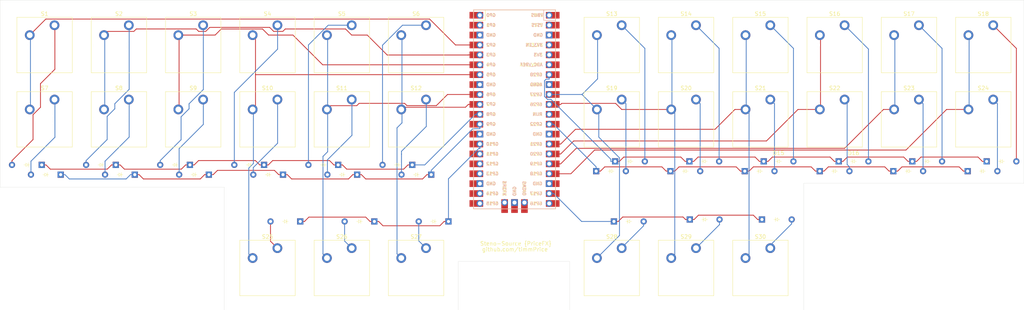
<source format=kicad_pcb>
(kicad_pcb (version 20240108) (generator "pcbnew") (generator_version "8.0")
  (layers (0 "F.Cu" signal) (31 "B.Cu" signal) (34 "B.Paste" user) (35 "F.Paste" user) (36 "B.SilkS" user "B.Silkscreen") (37 "F.SilkS" user "F.Silkscreen") (38 "B.Mask" user) (39 "F.Mask" user) (44 "Edge.Cuts" user))
  (net 0 "")
  (net 1 "Net-(D1-A)")
  (net 2 "row 0")
  (net 3 "Net-(D2-A)")
  (net 4 "Net-(D3-A)")
  (net 5 "Net-(D4-A)")
  (net 6 "Net-(D5-A)")
  (net 7 "Net-(D6-A)")
  (net 8 "Net-(D7-A)")
  (net 9 "row 1")
  (net 10 "Net-(D8-A)")
  (net 11 "Net-(D9-A)")
  (net 12 "Net-(D10-A)")
  (net 13 "Net-(D11-A)")
  (net 14 "Net-(D12-A)")
  (net 15 "Net-(D13-A)")
  (net 16 "row 3")
  (net 17 "Net-(D14-A)")
  (net 18 "Net-(D15-A)")
  (net 19 "Net-(D16-A)")
  (net 20 "Net-(D17-A)")
  (net 21 "Net-(D18-A)")
  (net 22 "row 4")
  (net 23 "Net-(D19-A)")
  (net 24 "Net-(D20-A)")
  (net 25 "Net-(D21-A)")
  (net 26 "Net-(D22-A)")
  (net 27 "Net-(D23-A)")
  (net 28 "Net-(D24-A)")
  (net 29 "row 2")
  (net 30 "Net-(D25-A)")
  (net 31 "Net-(D26-A)")
  (net 32 "Net-(D27-A)")
  (net 33 "row 5")
  (net 34 "Net-(D28-A)")
  (net 35 "Net-(D29-A)")
  (net 36 "Net-(D30-A)")
  (net 37 "col 0")
  (net 38 "col 1")
  (net 39 "col 2")
  (net 40 "col 3")
  (net 41 "col 4")
  (net 42 "col 5")
  (net 43 "col 6")
  (net 44 "col 7")
  (net 45 "col 8")
  (net 46 "col 9")
  (net 47 "col 10")
  (net 48 "col 11")
  (footprint "ScottoKeebs_Components:Diode_DO-35" (layer "F.Cu") (at 71.66 84.725 180)
    (property "Reference" "D9" (hide yes))
    (property "Value" "Diode" (hide yes))
  )
  (footprint "ScottoKeebs_Components:Diode_DO-35" (layer "F.Cu") (at 133.08 96.725 180)
    (property "Reference" "D27" (hide yes))
    (property "Value" "Diode" (hide yes))
  )
  (footprint "ScottoKeebs_MX:MX_PCB_1.00u" (layer "F.Cu") (at 174.955 108.65)
    (property "Reference" "S28")
    (property "Value" "Keyswitch")
  )
  (footprint "ScottoKeebs_MX:MX_PCB_1.00u" (layer "F.Cu") (at 48.59 51.5)
    (property "Reference" "S2")
    (property "Value" "Keyswitch")
  )
  (footprint "ScottoKeebs_Components:Diode_DO-35" (layer "F.Cu") (at 90.66 84.725 180)
    (property "Reference" "D10" (hide yes))
    (property "Value" "Diode" (hide yes))
  )
  (footprint "ScottoKeebs_MX:MX_PCB_1.00u" (layer "F.Cu") (at 174.955 70.55)
    (property "Reference" "S19")
    (property "Value" "Keyswitch")
  )
  (footprint "ScottoKeebs_Components:Diode_DO-35" (layer "F.Cu") (at 85.8 82.225 180)
    (property "Reference" "D4" (hide yes))
    (property "Value" "Diode" (hide yes))
  )
  (footprint "ScottoKeebs_Components:Diode_DO-35" (layer "F.Cu") (at 190 83.825)
    (property "Reference" "D20" (hide yes))
    (property "Value" "Diode" (hide yes))
  )
  (footprint "ScottoKeebs_Components:Diode_DO-35" (layer "F.Cu") (at 95.08 96.725 180)
    (property "Reference" "D25" (hide yes))
    (property "Value" "Diode" (hide yes))
  )
  (footprint "ScottoKeebs_MX:MX_PCB_1.00u" (layer "F.Cu") (at 232.105 51.5)
    (property "Reference" "S16")
    (property "Value" "Keyswitch")
  )
  (footprint "ScottoKeebs_Components:Diode_DO-35" (layer "F.Cu") (at 194.96 96.225)
    (property "Reference" "D29" (hide yes))
    (property "Value" "Diode" (hide yes))
  )
  (footprint "ScottoKeebs_Components:Diode_DO-35" (layer "F.Cu") (at 123.8 82.225 180)
    (property "Reference" "D6" (hide yes))
    (property "Value" "Diode" (hide yes))
  )
  (footprint "ScottoKeebs_MX:MX_PCB_1.00u" (layer "F.Cu") (at 124.79 70.55)
    (property "Reference" "S12")
    (property "Value" "Keyswitch")
  )
  (footprint "ScottoKeebs_Components:Diode_DO-35" (layer "F.Cu") (at 128.66 84.725 180)
    (property "Reference" "D12" (hide yes))
    (property "Value" "Diode" (hide yes))
  )
  (footprint "ScottoKeebs_MX:MX_PCB_1.00u" (layer "F.Cu") (at 251.155 70.55)
    (property "Reference" "S23")
    (property "Value" "Keyswitch")
  )
  (footprint "ScottoKeebs_Components:Diode_DO-35" (layer "F.Cu") (at 228.27 83.825)
    (property "Reference" "D22" (hide yes))
    (property "Value" "Diode" (hide yes))
  )
  (footprint "ScottoKeebs_Components:Diode_DO-35" (layer "F.Cu") (at 247.15 83.825)
    (property "Reference" "D23" (hide yes))
    (property "Value" "Diode" (hide yes))
  )
  (footprint "ScottoKeebs_Components:Diode_DO-35" (layer "F.Cu") (at 271.06 81.325)
    (property "Reference" "D18" (hide yes))
    (property "Value" "Diode" (hide yes))
  )
  (footprint "ScottoKeebs_Components:Diode_DO-35" (layer "F.Cu") (at 209.05 83.825)
    (property "Reference" "D21" (hide yes))
    (property "Value" "Diode" (hide yes))
  )
  (footprint "ScottoKeebs_MX:MX_PCB_1.00u" (layer "F.Cu") (at 213.055 51.5)
    (property "Reference" "S15")
    (property "Value" "Keyswitch")
  )
  (footprint "ScottoKeebs_MX:MX_PCB_1.00u" (layer "F.Cu") (at 105.74 70.55)
    (property "Reference" "S11")
    (property "Value" "Keyswitch")
  )
  (footprint "ScottoKeebs_Components:Diode_DO-35" (layer "F.Cu") (at 170.95 83.825)
    (property "Reference" "D19" (hide yes))
    (property "Value" "Diode" (hide yes))
  )
  (footprint "ScottoKeebs_MX:MX_PCB_1.00u" (layer "F.Cu") (at 86.69 51.5)
    (property "Reference" "S4")
    (property "Value" "Keyswitch")
  )
  (footprint "ScottoKeebs_Components:Diode_DO-35" (layer "F.Cu") (at 175.51 96.725)
    (property "Reference" "D28" (hide yes))
    (property "Value" "Diode" (hide yes))
  )
  (footprint "ScottoKeebs_MX:MX_PCB_1.00u" (layer "F.Cu") (at 29.54 51.5)
    (property "Reference" "S1")
    (property "Value" "Keyswitch")
  )
  (footprint "ScottoKeebs_Components:Diode_DO-35" (layer "F.Cu") (at 28.8 82.225 180)
    (property "Reference" "D1" (hide yes))
    (property "Value" "Diode" (hide yes))
  )
  (footprint "ScottoKeebs_MX:MX_PCB_1.00u" (layer "F.Cu") (at 194.005 51.5)
    (property "Reference" "S14")
    (property "Value" "Keyswitch")
  )
  (footprint "ScottoKeebs_Components:Diode_DO-35" (layer "F.Cu") (at 252.01 81.325)
    (property "Reference" "D17" (hide yes))
    (property "Value" "Diode" (hide yes))
  )
  (footprint "ScottoKeebs_Components:Diode_DO-35" (layer "F.Cu") (at 104.8 82.225 180)
    (property "Reference" "D5" (hide yes))
    (property "Value" "Diode" (hide yes))
  )
  (footprint "ScottoKeebs_MX:MX_PCB_1.00u" (layer "F.Cu") (at 270.205 51.5)
    (property "Reference" "S18")
    (property "Value" "Keyswitch")
  )
  (footprint "ScottoKeebs_MX:MX_PCB_1.00u" (layer "F.Cu") (at 67.64 51.5)
    (property "Reference" "S3")
    (property "Value" "Keyswitch")
  )
  (footprint "ScottoKeebs_MX:MX_PCB_1.00u" (layer "F.Cu") (at 29.54 70.55)
    (property "Reference" "S7")
    (property "Value" "Keyswitch")
  )
  (footprint "ScottoKeebs_MX:MX_PCB_1.00u" (layer "F.Cu") (at 86.69 70.55)
    (property "Reference" "S10")
    (property "Value" "Keyswitch")
  )
  (footprint "ScottoKeebs_MX:MX_PCB_1.00u" (layer "F.Cu") (at 67.64 70.55)
    (property "Reference" "S9")
    (property "Value" "Keyswitch")
  )
  (footprint "ScottoKeebs_Components:Diode_DO-35" (layer "F.Cu") (at 66.8 82.225 180)
    (property "Reference" "D3" (hide yes))
    (property "Value" "Diode" (hide yes))
  )
  (footprint "ScottoKeebs_MX:MX_PCB_1.00u" (layer "F.Cu") (at 105.74 51.5)
    (property "Reference" "S5")
    (property "Value" "Keyswitch")
  )
  (footprint "ScottoKeebs_MX:MX_PCB_1.00u" (layer "F.Cu") (at 124.79 51.5)
    (property "Reference" "S6")
    (property "Value" "Keyswitch")
  )
  (footprint "ScottoKeebs_MX:MX_PCB_1.00u" (layer "F.Cu") (at 124.79 108.65)
    (property "Reference" "S27")
    (property "Value" "Keyswitch")
  )
  (footprint "ScottoKeebs_Components:Diode_DO-35" (layer "F.Cu") (at 114.08 96.725 180)
    (property "Reference" "D26" (hide yes))
    (property "Value" "Diode" (hide yes))
  )
  (footprint "ScottoKeebs_MCU:Raspberry_Pi_Pico" (layer "F.Cu") (at 150.02 67.985)
    (property "Reference" "U1" (hide yes))
    (property "Value" "Raspberry_Pi_Pico" (hide yes))
  )
  (footprint "ScottoKeebs_MX:MX_PCB_1.00u" (layer "F.Cu") (at 251.155 51.5)
    (property "Reference" "S17")
    (property "Value" "Keyswitch")
  )
  (footprint "ScottoKeebs_MX:MX_PCB_1.00u" (layer "F.Cu") (at 232.105 70.55)
    (property "Reference" "S22")
    (property "Value" "Keyswitch")
  )
  (footprint "ScottoKeebs_MX:MX_PCB_1.00u" (layer "F.Cu") (at 270.205 70.55)
    (property "Reference" "S24")
    (property "Value" "Keyswitch")
  )
  (footprint "ScottoKeebs_Components:Diode_DO-35" (layer "F.Cu") (at 47.8 82.225 180)
    (property "Reference" "D2" (hide yes))
    (property "Value" "Diode" (hide yes))
  )
  (footprint "ScottoKeebs_MX:MX_PCB_1.00u" (layer "F.Cu") (at 213.055 70.55)
    (property "Reference" "S21")
    (property "Value" "Keyswitch")
  )
  (footprint "ScottoKeebs_MX:MX_PCB_1.00u" (layer "F.Cu") (at 174.955 51.5)
    (property "Reference" "S13")
    (property "Value" "Keyswitch")
  )
  (footprint "ScottoKeebs_Components:Diode_DO-35" (layer "F.Cu") (at 213.46 96.225)
    (property "Reference" "D30" (hide yes))
    (property "Value" "Diode" (hide yes))
  )
  (footprint "ScottoKeebs_MX:MX_PCB_1.00u" (layer "F.Cu") (at 86.69 108.65)
    (property "Reference" "S25")
    (property "Value" "Keyswitch")
  )
  (footprint "ScottoKeebs_Components:Diode_DO-35" (layer "F.Cu") (at 194.86 81.325)
    (property "Reference" "D14" (hide yes))
    (property "Value" "Diode" (hide yes))
  )
  (footprint "ScottoKeebs_Components:Diode_DO-35" (layer "F.Cu") (at 175.81 81.325)
    (property "Reference" "D13" (hide yes))
    (property "Value" "Diode" (hide yes))
  )
  (footprint "ScottoKeebs_MX:MX_PCB_1.00u" (layer "F.Cu") (at 213.055 108.65)
    (property "Reference" "S30")
    (property "Value" "Keyswitch")
  )
  (footprint "ScottoKeebs_Components:Diode_DO-35" (layer "F.Cu") (at 109.66 84.725 180)
    (property "Reference" "D11" (hide yes))
    (property "Value" "Diode" (hide yes))
  )
  (footprint "ScottoKeebs_Components:Diode_DO-35" (layer "F.Cu") (at 52.66 84.725 180)
    (property "Reference" "D8" (hide yes))
    (property "Value" "Diode" (hide yes))
  )
  (footprint "ScottoKeebs_MX:MX_PCB_1.00u" (layer "F.Cu") (at 48.59 70.55)
    (property "Reference" "S8")
    (property "Value" "Keyswitch")
  )
  (footprint "ScottoKeebs_MX:MX_PCB_1.00u" (layer "F.Cu") (at 194.005 108.65)
    (property "Reference" "S29")
    (property "Value" "Keyswitch")
  )
  (footprint "ScottoKeebs_Components:Diode_DO-35" (layer "F.Cu") (at 233.13 81.325)
    (property "Reference" "D16")
    (property "Value" "Diode" (hide yes))
  )
  (footprint "ScottoKeebs_MX:MX_PCB_1.00u" (layer "F.Cu") (at 194.005 70.55)
    (property "Reference" "S20")
    (property "Value" "Keyswitch")
  )
  (footprint "ScottoKeebs_Components:Diode_DO-35" (layer "F.Cu") (at 266.2 83.825)
    (property "Reference" "D24" (hide yes))
    (property "Value" "Diode" (hide yes))
  )
  (footprint "ScottoKeebs_MX:MX_PCB_1.00u" (layer "F.Cu") (at 105.74 108.65)
    (property "Reference" "S26")
    (property "Value" "Keyswitch")
  )
  (footprint "ScottoKeebs_Components:Diode_DO-35" (layer "F.Cu") (at 213.91 81.325)
    (property "Reference" "D15")
    (property "Value" "Diode" (hide yes))
  )
  (footprint "ScottoKeebs_Components:Diode_DO-35" (layer "F.Cu") (at 33.66 84.725 180)
    (property "Reference" "D7" (hide yes))
    (property "Value" "Diode" (hide yes))
  )
  (gr_line (start 224.13 86.975) (end 280.63 86.975) (stroke (width 0.05)) (layer "Edge.Cuts"))
  (gr_line (start 18.13 39.975) (end 279.63 39.975) (stroke (width 0.05)) (layer "Edge.Cuts"))
  (gr_line (start 135.63 119.475) (end 135.63 106.975) (stroke (width 0.05)) (layer "Edge.Cuts"))
  (gr_line (start 135.63 106.975) (end 164.13 106.975) (stroke (width 0.05)) (layer "Edge.Cuts"))
  (gr_line (start 18.13 87.975) (end 75.63 87.975) (stroke (width 0.05)) (layer "Edge.Cuts"))
  (gr_line (start 18.13 87.975) (end 18.13 39.975) (stroke (width 0.05)) (layer "Edge.Cuts"))
  (gr_line (start 75.63 87.975) (end 75.63 119.475) (stroke (width 0.05)) (layer "Edge.Cuts"))
  (gr_line (start 224.13 86.975) (end 224.13 119.475) (stroke (width 0.05)) (layer "Edge.Cuts"))
  (gr_line (start 75.63 119.475) (end 135.63 119.475) (stroke (width 0.05)) (layer "Edge.Cuts"))
  (gr_line (start 164.13 119.475) (end 224.13 119.475) (stroke (width 0.05)) (layer "Edge.Cuts"))
  (gr_line (start 164.13 106.975) (end 164.13 119.475) (stroke (width 0.05)) (layer "Edge.Cuts"))
  (gr_line (start 280.63 39.975) (end 280.63 86.975) (stroke (width 0.05)) (layer "Edge.Cuts"))
  (gr_line (start 279.63 39.975) (end 280.63 39.975) (stroke (width 0.05)) (layer "Edge.Cuts"))
  (gr_text "Steno-Source {PriceFX}" (at 141.13 102.975 0) (layer "F.SilkS") (effects (font (size 1 1)) (justify left bottom)))
  (gr_text "github.com/timmPrice\n" (at 141.63 104.475 0) (layer "F.SilkS") (effects (font (size 1 1)) (justify left bottom)))
  (segment (start 26.5791 69.3554) (end 26.5791 75.7242) (width 0.2) (layer "F.Cu") (net 1))
  (segment (start 28.4855 61.3976) (end 28.4855 67.449) (width 0.2) (layer "F.Cu") (net 1))
  (segment (start 32.168 46.508) (end 32.168 57.7151) (width 0.2) (layer "F.Cu") (net 1))
  (segment (start 21.18 82.225) (end 21.18 81.1233) (width 0.2) (layer "F.Cu") (net 1))
  (segment (start 32.08 46.42) (end 32.168 46.508) (width 0.2) (layer "F.Cu") (net 1))
  (segment (start 28.4855 67.449) (end 26.5791 69.3554) (width 0.2) (layer "F.Cu") (net 1))
  (segment (start 26.5791 75.7242) (end 21.18 81.1233) (width 0.2) (layer "F.Cu") (net 1))
  (segment (start 32.168 57.7151) (end 28.4855 61.3976) (width 0.2) (layer "F.Cu") (net 1))
  (segment (start 122.6983 82.225) (end 121.5966 83.3267) (width 0.2) (layer "F.Cu") (net 2))
  (segment (start 121.5966 83.3267) (end 107.0034 83.3267) (width 0.2) (layer "F.Cu") (net 2))
  (segment (start 123.8 82.225) (end 122.6983 82.225) (width 0.2) (layer "F.Cu") (net 2))
  (segment (start 48.9017 82.225) (end 50.0034 83.3267) (width 0.2) (layer "F.Cu") (net 2))
  (segment (start 69.0034 81.1233) (end 83.5966 81.1233) (width 0.2) (layer "F.Cu") (net 2))
  (segment (start 102.5966 81.1233) (end 88.0034 81.1233) (width 0.2) (layer "F.Cu") (net 2))
  (segment (start 45.5966 83.3267) (end 46.6983 82.225) (width 0.2) (layer "F.Cu") (net 2))
  (segment (start 104.8 82.225) (end 105.9017 82.225) (width 0.2) (layer "F.Cu") (net 2))
  (segment (start 83.5966 81.1233) (end 84.6983 82.225) (width 0.2) (layer "F.Cu") (net 2))
  (segment (start 28.8 82.225) (end 29.9017 82.225) (width 0.2) (layer "F.Cu") (net 2))
  (segment (start 31.0034 83.3267) (end 45.5966 83.3267) (width 0.2) (layer "F.Cu") (net 2))
  (segment (start 66.2492 82.225) (end 65.6983 82.225) (width 0.2) (layer "F.Cu") (net 2))
  (segment (start 47.8 82.225) (end 46.6983 82.225) (width 0.2) (layer "F.Cu") (net 2))
  (segment (start 64.5966 83.3267) (end 65.6983 82.225) (width 0.2) (layer "F.Cu") (net 2))
  (segment (start 50.0034 83.3267) (end 64.5966 83.3267) (width 0.2) (layer "F.Cu") (net 2))
  (segment (start 104.8 82.225) (end 103.6983 82.225) (width 0.2) (layer "F.Cu") (net 2))
  (segment (start 66.8 82.225) (end 67.9017 82.225) (width 0.2) (layer "F.Cu") (net 2))
  (segment (start 85.8 82.225) (end 86.9017 82.225) (width 0.2) (layer "F.Cu") (net 2))
  (segment (start 47.8 82.225) (end 48.9017 82.225) (width 0.2) (layer "F.Cu") (net 2))
  (segment (start 67.9017 82.225) (end 69.0034 81.1233) (width 0.2) (layer "F.Cu") (net 2))
  (segment (start 85.8 82.225) (end 84.6983 82.225) (width 0.2) (layer "F.Cu") (net 2))
  (segment (start 103.6983 82.225) (end 102.5966 81.1233) (width 0.2) (layer "F.Cu") (net 2))
  (segment (start 88.0034 81.1233) (end 86.9017 82.225) (width 0.2) (layer "F.Cu") (net 2))
  (segment (start 29.9017 82.225) (end 31.0034 83.3267) (width 0.2) (layer "F.Cu") (net 2))
  (segment (start 66.2492 82.225) (end 66.8 82.225) (width 0.2) (layer "F.Cu") (net 2))
  (segment (start 107.0034 83.3267) (end 105.9017 82.225) (width 0.2) (layer "F.Cu") (net 2))
  (segment (start 127.0083 82.225) (end 123.8 82.225) (width 0.2) (layer "B.Cu") (net 2))
  (segment (start 141.13 69.255) (end 139.9783 69.255) (width 0.2) (layer "B.Cu") (net 2))
  (segment (start 139.9783 69.255) (end 127.0083 82.225) (width 0.2) (layer "B.Cu") (net 2))
  (segment (start 45.5848 69.7921) (end 45.5848 75.7185) (width 0.2) (layer "B.Cu") (net 3))
  (segment (start 51.2294 46.5194) (end 51.2294 62.8545) (width 0.2) (layer "B.Cu") (net 3))
  (segment (start 47.5355 67.8414) (end 45.5848 69.7921) (width 0.2) (layer "B.Cu") (net 3))
  (segment (start 47.5355 66.5484) (end 47.5355 67.8414) (width 0.2) (layer "B.Cu") (net 3))
  (segment (start 45.5848 75.7185) (end 40.18 81.1233) (width 0.2) (layer "B.Cu") (net 3))
  (segment (start 40.18 82.225) (end 40.18 81.1233) (width 0.2) (layer "B.Cu") (net 3))
  (segment (start 51.2294 62.8545) (end 47.5355 66.5484) (width 0.2) (layer "B.Cu") (net 3))
  (segment (start 51.13 46.42) (end 51.2294 46.5194) (width 0.2) (layer "B.Cu") (net 3))
  (segment (start 66.5855 66.5484) (end 66.5855 67.8414) (width 0.2) (layer "B.Cu") (net 4))
  (segment (start 66.5855 67.8414) (end 64.5395 69.8874) (width 0.2) (layer "B.Cu") (net 4))
  (segment (start 70.18 46.42) (end 70.2333 46.4733) (width 0.2) (layer "B.Cu") (net 4))
  (segment (start 70.2333 62.9006) (end 66.5855 66.5484) (width 0.2) (layer "B.Cu") (net 4))
  (segment (start 59.18 82.225) (end 59.18 81.1233) (width 0.2) (layer "B.Cu") (net 4))
  (segment (start 70.2333 46.4733) (end 70.2333 62.9006) (width 0.2) (layer "B.Cu") (net 4))
  (segment (start 64.5395 69.8874) (end 64.5395 75.7638) (width 0.2) (layer "B.Cu") (net 4))
  (segment (start 64.5395 75.7638) (end 59.18 81.1233) (width 0.2) (layer "B.Cu") (net 4))
  (segment (start 89.23 46.42) (end 89.2821 46.4721) (width 0.2) (layer "B.Cu") (net 5))
  (segment (start 89.2821 46.4721) (end 89.2821 52.5415) (width 0.2) (layer "B.Cu") (net 5))
  (segment (start 78.18 63.6436) (end 78.18 82.225) (width 0.2) (layer "B.Cu") (net 5))
  (segment (start 89.2821 52.5415) (end 78.18 63.6436) (width 0.2) (layer "B.Cu") (net 5))
  (segment (start 108.28 46.42) (end 102.2419 46.42) (width 0.2) (layer "B.Cu") (net 6))
  (segment (start 102.2419 46.42) (end 97.18 51.4819) (width 0.2) (layer "B.Cu") (net 6))
  (segment (start 97.18 51.4819) (end 97.18 82.225) (width 0.2) (layer "B.Cu") (net 6))
  (segment (start 127.33 46.42) (end 121.2919 46.42) (width 0.2) (layer "B.Cu") (net 7))
  (segment (start 121.2919 46.42) (end 116.18 51.5319) (width 0.2) (layer "B.Cu") (net 7))
  (segment (start 116.18 51.5319) (end 116.18 82.225) (width 0.2) (layer "B.Cu") (net 7))
  (segment (start 32.1794 65.5694) (end 32.08 65.47) (width 0.2) (layer "B.Cu") (net 8))
  (segment (start 32.1794 75.1421) (end 32.1794 65.5694) (width 0.2) (layer "B.Cu") (net 8))
  (segment (start 26.04 81.2815) (end 32.1794 75.1421) (width 0.2) (layer "B.Cu") (net 8))
  (segment (start 26.04 84.725) (end 26.04 81.2815) (width 0.2) (layer "B.Cu") (net 8))
  (segment (start 111.8634 85.8267) (end 110.7617 84.725) (width 0.2) (layer "F.Cu") (net 9))
  (segment (start 53.7617 84.725) (end 54.8634 85.8267) (width 0.2) (layer "F.Cu") (net 9))
  (segment (start 109.66 84.725) (end 110.7617 84.725) (width 0.2) (layer "F.Cu") (net 9))
  (segment (start 54.8634 85.8267) (end 69.4566 85.8267) (width 0.2) (layer "F.Cu") (net 9))
  (segment (start 71.66 84.725) (end 72.7617 84.725) (width 0.2) (layer "F.Cu") (net 9))
  (segment (start 127.5583 84.725) (end 126.4566 85.8267) (width 0.2) (layer "F.Cu") (net 9))
  (segment (start 108.5583 84.725) (end 107.4566 85.8267) (width 0.2) (layer "F.Cu") (net 9))
  (segment (start 126.4566 85.8267) (end 111.8634 85.8267) (width 0.2) (layer "F.Cu") (net 9))
  (segment (start 73.8634 83.6233) (end 72.7617 84.725) (width 0.2) (layer "F.Cu") (net 9))
  (segment (start 128.66 84.725) (end 127.5583 84.725) (width 0.2) (layer "F.Cu") (net 9))
  (segment (start 90.66 84.725) (end 91.7617 84.725) (width 0.2) (layer "F.Cu") (net 9))
  (segment (start 69.4566 85.8267) (end 70.5583 84.725) (width 0.2) (layer "F.Cu") (net 9))
  (segment (start 107.4566 85.8267) (end 92.8634 85.8267) (width 0.2) (layer "F.Cu") (net 9))
  (segment (start 52.66 84.725) (end 53.7617 84.725) (width 0.2) (layer "F.Cu") (net 9))
  (segment (start 92.8634 85.8267) (end 91.7617 84.725) (width 0.2) (layer "F.Cu") (net 9))
  (segment (start 90.66 84.725) (end 89.5583 84.725) (width 0.2) (layer "F.Cu") (net 9))
  (segment (start 71.66 84.725) (end 70.5583 84.725) (width 0.2) (layer "F.Cu") (net 9))
  (segment (start 88.4566 83.6233) (end 73.8634 83.6233) (width 0.2) (layer "F.Cu") (net 9))
  (segment (start 89.5583 84.725) (end 88.4566 83.6233) (width 0.2) (layer "F.Cu") (net 9))
  (segment (start 109.66 84.725) (end 108.5583 84.725) (width 0.2) (layer "F.Cu") (net 9))
  (segment (start 35.8634 85.8267) (end 34.7617 84.725) (width 0.2) (layer "B.Cu") (net 9))
  (segment (start 139.3366 72.9467) (end 128.66 83.6233) (width 0.2) (layer "B.Cu") (net 9))
  (segment (start 52.66 84.725) (end 51.5583 84.725) (width 0.2) (layer "B.Cu") (net 9))
  (segment (start 50.4566 85.8267) (end 35.8634 85.8267) (width 0.2) (layer "B.Cu") (net 9))
  (segment (start 141.13 72.9467) (end 139.3366 72.9467) (width 0.2) (layer "B.Cu") (net 9))
  (segment (start 141.13 71.795) (end 141.13 72.9467) (width 0.2) (layer "B.Cu") (net 9))
  (segment (start 51.5583 84.725) (end 50.4566 85.8267) (width 0.2) (layer "B.Cu") (net 9))
  (segment (start 33.66 84.725) (end 34.7617 84.725) (width 0.2) (layer "B.Cu") (net 9))
  (segment (start 128.66 84.725) (end 128.66 83.6233) (width 0.2) (layer "B.Cu") (net 9))
  (segment (start 45.04 84.725) (end 45.04 81.2715) (width 0.2) (layer "B.Cu") (net 10))
  (segment (start 45.04 81.2715) (end 51.2294 75.0821) (width 0.2) (layer "B.Cu") (net 10))
  (segment (start 51.2294 65.5694) (end 51.13 65.47) (width 0.2) (layer "B.Cu") (net 10))
  (segment (start 51.2294 75.0821) (end 51.2294 65.5694) (width 0.2) (layer "B.Cu") (net 10))
  (segment (start 64.04 84.725) (end 64.04 78.0399) (width 0.2) (layer "B.Cu") (net 11))
  (segment (start 64.04 78.0399) (end 70.2333 71.8466) (width 0.2) (layer "B.Cu") (net 11))
  (segment (start 70.2333 71.8466) (end 70.2333 65.5233) (width 0.2) (layer "B.Cu") (net 11))
  (segment (start 70.2333 65.5233) (end 70.18 65.47) (width 0.2) (layer "B.Cu") (net 11))
  (segment (start 83.04 82.9066) (end 89.2821 76.6645) (width 0.2) (layer "B.Cu") (net 12))
  (segment (start 89.2821 65.5221) (end 89.23 65.47) (width 0.2) (layer "B.Cu") (net 12))
  (segment (start 83.04 84.725) (end 83.04 82.9066) (width 0.2) (layer "B.Cu") (net 12))
  (segment (start 89.2821 76.6645) (end 89.2821 65.5221) (width 0.2) (layer "B.Cu") (net 12))
  (segment (start 108.3308 74.6446) (end 102.04 80.9354) (width 0.2) (layer "B.Cu") (net 13))
  (segment (start 108.3308 65.5208) (end 108.3308 74.6446) (width 0.2) (layer "B.Cu") (net 13))
  (segment (start 102.04 80.9354) (end 102.04 84.725) (width 0.2) (layer "B.Cu") (net 13))
  (segment (start 108.28 65.47) (end 108.3308 65.5208) (width 0.2) (layer "B.Cu") (net 13))
  (segment (start 127.4003 65.5403) (end 127.33 65.47) (width 0.2) (layer "B.Cu") (net 14))
  (segment (start 121.04 79.4889) (end 121.0415 79.4874) (width 0.2) (layer "B.Cu") (net 14))
  (segment (start 121.0415 79.4874) (end 121.0415 78.7311) (width 0.2) (layer "B.Cu") (net 14))
  (segment (start 127.4003 72.3723) (end 127.4003 65.5403) (width 0.2) (layer "B.Cu") (net 14))
  (segment (start 121.0415 78.7311) (end 127.4003 72.3723) (width 0.2) (layer "B.Cu") (net 14))
  (segment (start 121.04 84.725) (end 121.04 79.4889) (width 0.2) (layer "B.Cu") (net 14))
  (segment (start 183.43 52.355) (end 177.495 46.42) (width 0.2) (layer "B.Cu") (net 15))
  (segment (start 183.43 81.325) (end 183.43 52.355) (width 0.2) (layer "B.Cu") (net 15))
  (segment (start 213.91 81.325) (end 215.0117 81.325) (width 0.2) (layer "F.Cu") (net 16))
  (segment (start 252.01 81.325) (end 250.9083 81.325) (width 0.2) (layer "F.Cu") (net 16))
  (segment (start 271.06 81.325) (end 269.9583 81.325) (width 0.2) (layer "F.Cu") (net 16))
  (segment (start 213.3592 81.325) (end 213.91 81.325) (width 0.2) (layer "F.Cu") (net 16))
  (segment (start 194.86 81.325) (end 195.9617 81.325) (width 0.2) (layer "F.Cu") (net 16))
  (segment (start 234.2317 81.325) (end 235.3334 80.2233) (width 0.2) (layer "F.Cu") (net 16))
  (segment (start 230.9266 80.2233) (end 232.0283 81.325) (width 0.2) (layer "F.Cu") (net 16))
  (segment (start 192.6566 80.2233) (end 193.7583 81.325) (width 0.2) (layer "F.Cu") (net 16))
  (segment (start 233.13 81.325) (end 234.2317 81.325) (width 0.2) (layer "F.Cu") (net 16))
  (segment (start 254.2134 80.2233) (end 268.8566 80.2233) (width 0.2) (layer "F.Cu") (net 16))
  (segment (start 194.86 81.325) (end 193.7583 81.325) (width 0.2) (layer "F.Cu") (net 16))
  (segment (start 197.0634 80.2233) (end 195.9617 81.325) (width 0.2) (layer "F.Cu") (net 16))
  (segment (start 215.0117 81.325) (end 216.1134 80.2233) (width 0.2) (layer "F.Cu") (net 16))
  (segment (start 252.01 81.325) (end 253.1117 81.325) (width 0.2) (layer "F.Cu") (net 16))
  (segment (start 175.81 81.325) (end 176.9117 81.325) (width 0.2) (layer "F.Cu") (net 16))
  (segment (start 216.1134 80.2233) (end 230.9266 80.2233) (width 0.2) (layer "F.Cu") (net 16))
  (segment (start 212.8083 81.325) (end 211.7066 80.2233) (width 0.2) (layer "F.Cu") (net 16))
  (segment (start 232.5792 81.325) (end 232.0283 81.325) (width 0.2) (layer "F.Cu") (net 16))
  (segment (start 235.3334 80.2233) (end 249.8066 80.2233) (width 0.2) (layer "F.Cu") (net 16))
  (segment (start 178.0134 80.2233) (end 192.6566 80.2233) (width 0.2) (layer "F.Cu") (net 16))
  (segment (start 211.7066 80.2233) (end 197.0634 80.2233) (width 0.2) (layer "F.Cu") (net 16))
  (segment (start 176.9117 81.325) (end 178.0134 80.2233) (width 0.2) (layer "F.Cu") (net 16))
  (segment (start 268.8566 80.2233) (end 269.9583 81.325) (width 0.2) (layer "F.Cu") (net 16))
  (segment (start 249.8066 80.2233) (end 250.9083 81.325) (width 0.2) (layer "F.Cu") (net 16))
  (segment (start 213.3592 81.325) (end 212.8083 81.325) (width 0.2) (layer "F.Cu") (net 16))
  (segment (start 253.1117 81.325) (end 254.2134 80.2233) (width 0.2) (layer "F.Cu") (net 16))
  (segment (start 232.5792 81.325) (end 233.13 81.325) (width 0.2) (layer "F.Cu") (net 16))
  (segment (start 174.7083 80.7742) (end 174.7083 81.325) (width 0.2) (layer "B.Cu") (net 16))
  (segment (start 158.4834 65.445) (end 159.3791 65.445) (width 0.2) (layer "B.Cu") (net 16))
  (segment (start 175.81 81.325) (end 174.7083 81.325) (width 0.2) (layer "B.Cu") (net 16))
  (segment (start 157.7152 64.6768) (end 158.4834 65.445) (width 0.2) (layer "B.Cu") (net 16))
  (segment (start 158.91 60.2467) (end 158.1182 60.2467) (width 0.2) (layer "B.Cu") (net 16))
  (segment (start 158.91 59.095) (end 158.91 60.2467) (width 0.2) (layer "B.Cu") (net 16))
  (segment (start 158.1182 60.2467) (end 157.7152 60.6497) (width 0.2) (layer "B.Cu") (net 16))
  (segment (start 159.3791 65.445) (end 174.7083 80.7742) (width 0.2) (layer "B.Cu") (net 16))
  (segment (start 157.7152 60.6497) (end 157.7152 64.6768) (width 0.2) (layer "B.Cu") (net 16))
  (segment (start 202.48 81.325) (end 202.48 52.355) (width 0.2) (layer "B.Cu") (net 17))
  (segment (start 202.48 52.355) (end 196.545 46.42) (width 0.2) (layer "B.Cu") (net 17))
  (segment (start 221.53 81.325) (end 221.53 52.355) (width 0.2) (layer "B.Cu") (net 18))
  (segment (start 221.53 52.355) (end 215.595 46.42) (width 0.2) (layer "B.Cu") (net 18))
  (segment (start 240.75 52.525) (end 234.645 46.42) (width 0.2) (layer "B.Cu") (net 19))
  (segment (start 240.75 81.325) (end 240.75 52.525) (width 0.2) (layer "B.Cu") (net 19))
  (segment (start 259.63 52.355) (end 253.695 46.42) (width 0.2) (layer "B.Cu") (net 20))
  (segment (start 259.63 81.325) (end 259.63 52.355) (width 0.2) (layer "B.Cu") (net 20))
  (segment (start 278.68 81.325) (end 278.68 52.355) (width 0.2) (layer "F.Cu") (net 21))
  (segment (start 278.68 52.355) (end 272.745 46.42) (width 0.2) (layer "F.Cu") (net 21))
  (segment (start 192.2034 82.7233) (end 191.1017 83.825) (width 0.2) (layer "F.Cu") (net 22))
  (segment (start 209.05 83.825) (end 210.1517 83.825) (width 0.2) (layer "F.Cu") (net 22))
  (segment (start 190 83.825) (end 188.8983 83.825) (width 0.2) (layer "F.Cu") (net 22))
  (segment (start 248.2517 83.825) (end 249.3534 82.7233) (width 0.2) (layer "F.Cu") (net 22))
  (segment (start 208.4992 83.825) (end 207.9483 83.825) (width 0.2) (layer "F.Cu") (net 22))
  (segment (start 229.3717 83.825) (end 230.4734 82.7233) (width 0.2) (layer "F.Cu") (net 22))
  (segment (start 206.8466 82.7233) (end 192.2034 82.7233) (width 0.2) (layer "F.Cu") (net 22))
  (segment (start 230.4734 82.7233) (end 244.9466 82.7233) (width 0.2) (layer "F.Cu") (net 22))
  (segment (start 244.9466 82.7233) (end 246.0483 83.825) (width 0.2) (layer "F.Cu") (net 22))
  (segment (start 173.1534 82.7233) (end 187.7966 82.7233) (width 0.2) (layer "F.Cu") (net 22))
  (segment (start 210.1517 83.825) (end 211.2534 82.7233) (width 0.2) (layer "F.Cu") (net 22))
  (segment (start 227.7192 83.825) (end 228.27 83.825) (width 0.2) (layer "F.Cu") (net 22))
  (segment (start 211.2534 82.7233) (end 226.0666 82.7233) (width 0.2) (layer "F.Cu") (net 22))
  (segment (start 247.15 83.825) (end 246.0483 83.825) (width 0.2) (layer "F.Cu") (net 22))
  (segment (start 263.9966 82.7233) (end 265.0983 83.825) (width 0.2) (layer "F.Cu") (net 22))
  (segment (start 227.7192 83.825) (end 227.1683 83.825) (width 0.2) (layer "F.Cu") (net 22))
  (segment (start 226.0666 82.7233) (end 227.1683 83.825) (width 0.2) (layer "F.Cu") (net 22))
  (segment (start 208.4992 83.825) (end 209.05 83.825) (width 0.2) (layer "F.Cu") (net 22))
  (segment (start 170.95 83.825) (end 172.0517 83.825) (width 0.2) (layer "F.Cu") (net 22))
  (segment (start 187.7966 82.7233) (end 188.8983 83.825) (width 0.2) (layer "F.Cu") (net 22))
  (segment (start 207.9483 83.825) (end 206.8466 82.7233) (width 0.2) (layer "F.Cu") (net 22))
  (segment (start 228.27 83.825) (end 229.3717 83.825) (width 0.2) (layer "F.Cu") (net 22))
  (segment (start 249.3534 82.7233) (end 263.9966 82.7233) (width 0.2) (layer "F.Cu") (net 22))
  (segment (start 266.2 83.825) (end 265.0983 83.825) (width 0.2) (layer "F.Cu") (net 22))
  (segment (start 190 83.825) (end 191.1017 83.825) (width 0.2) (layer "F.Cu") (net 22))
  (segment (start 247.15 83.825) (end 248.2517 83.825) (width 0.2) (layer "F.Cu") (net 22))
  (segment (start 172.0517 83.825) (end 173.1534 82.7233) (width 0.2) (layer "F.Cu") (net 22))
  (segment (start 160.0617 71.795) (end 160.0617 71.835) (width 0.2) (layer "B.Cu") (net 22))
  (segment (start 160.0617 71.835) (end 170.95 82.7233) (width 0.2) (layer "B.Cu") (net 22))
  (segment (start 158.91 71.795) (end 160.0617 71.795) (width 0.2) (layer "B.Cu") (net 22))
  (segment (start 170.95 83.825) (end 170.95 82.7233) (width 0.2) (layer "B.Cu") (net 22))
  (segment (start 178.57 66.545) (end 177.495 65.47) (width 0.2) (layer "B.Cu") (net 23))
  (segment (start 178.57 83.825) (end 178.57 66.545) (width 0.2) (layer "B.Cu") (net 23))
  (segment (start 197.62 66.545) (end 196.545 65.47) (width 0.2) (layer "B.Cu") (net 24))
  (segment (start 197.62 83.825) (end 197.62 66.545) (width 0.2) (layer "B.Cu") (net 24))
  (segment (start 216.67 66.545) (end 215.595 65.47) (width 0.2) (layer "B.Cu") (net 25))
  (segment (start 216.67 83.825) (end 216.67 66.545) (width 0.2) (layer "B.Cu") (net 25))
  (segment (start 235.89 82.7233) (end 235.3042 82.1375) (width 0.2) (layer "B.Cu") (net 26))
  (segment (start 235.3042 66.1292) (end 234.645 65.47) (width 0.2) (layer "B.Cu") (net 26))
  (segment (start 235.3042 82.1375) (end 235.3042 66.1292) (width 0.2) (layer "B.Cu") (net 26))
  (segment (start 235.89 83.825) (end 235.89 82.7233) (width 0.2) (layer "B.Cu") (net 26))
  (segment (start 254.77 83.825) (end 254.77 66.545) (width 0.2) (layer "B.Cu") (net 27))
  (segment (start 254.77 66.545) (end 253.695 65.47) (width 0.2) (layer "B.Cu") (net 27))
  (segment (start 273.82 66.545) (end 272.745 65.47) (width 0.2) (layer "B.Cu") (net 28))
  (segment (start 273.82 83.825) (end 273.82 66.545) (width 0.2) (layer "B.Cu") (net 28))
  (segment (start 114.08 96.725) (end 115.1817 96.725) (width 0.2) (layer "F.Cu") (net 29))
  (segment (start 114.08 96.725) (end 112.9783 96.725) (width 0.2) (layer "F.Cu") (net 29))
  (segment (start 130.8766 97.8267) (end 116.2834 97.8267) (width 0.2) (layer "F.Cu") (net 29))
  (segment (start 95.08 96.725) (end 96.1817 96.725) (width 0.2) (layer "F.Cu") (net 29))
  (segment (start 131.9783 96.725) (end 130.8766 97.8267) (width 0.2) (layer "F.Cu") (net 29))
  (segment (start 96.1817 96.725) (end 97.2834 95.6233) (width 0.2) (layer "F.Cu") (net 29))
  (segment (start 97.2834 95.6233) (end 111.8766 95.6233) (width 0.2) (layer "F.Cu") (net 29))
  (segment (start 116.2834 97.8267) (end 115.1817 96.725) (width 0.2) (layer "F.Cu") (net 29))
  (segment (start 111.8766 95.6233) (end 112.9783 96.725) (width 0.2) (layer "F.Cu") (net 29))
  (segment (start 133.08 96.725) (end 131.9783 96.725) (width 0.2) (layer "F.Cu") (net 29))
  (segment (start 140.8421 78.0267) (end 133.08 85.7888) (width 0.2) (layer "B.Cu") (net 29))
  (segment (start 141.13 78.0267) (end 140.8421 78.0267) (width 0.2) (layer "B.Cu") (net 29))
  (segment (start 141.13 76.875) (end 141.13 78.0267) (width 0.2) (layer "B.Cu") (net 29))
  (segment (start 133.08 85.7888) (end 133.08 96.725) (width 0.2) (layer "B.Cu") (net 29))
  (segment (start 89.23 103.57) (end 87.46 101.8) (width 0.2) (layer "F.Cu") (net 30))
  (segment (start 87.46 101.8) (end 87.46 96.725) (width 0.2) (layer "F.Cu") (net 30))
  (segment (start 108.28 103.57) (end 106.46 101.75) (width 0.2) (layer "B.Cu") (net 31))
  (segment (start 106.46 101.75) (end 106.46 96.725) (width 0.2) (layer "B.Cu") (net 31))
  (segment (start 127.33 103.57) (end 125.46 101.7) (width 0.2) (layer "B.Cu") (net 32))
  (segment (start 125.46 101.7) (end 125.46 96.725) (width 0.2) (layer "B.Cu") (net 32))
  (segment (start 177.7467 95.59) (end 193.2233 95.59) (width 0.2) (layer "F.Cu") (net 33))
  (segment (start 197.1634 95.1233) (end 196.0617 96.225) (width 0.2) (layer "F.Cu") (net 33))
  (segment (start 194.96 96.225) (end 193.8583 96.225) (width 0.2) (layer "F.Cu") (net 33))
  (segment (start 175.51 96.725) (end 176.6117 96.725) (width 0.2) (layer "F.Cu") (net 33))
  (segment (start 211.2566 95.1233) (end 197.1634 95.1233) (width 0.2) (layer "F.Cu") (net 33))
  (segment (start 193.2233 95.59) (end 193.8583 96.225) (width 0.2) (layer "F.Cu") (net 33))
  (segment (start 194.96 96.225) (end 196.0617 96.225) (width 0.2) (layer "F.Cu") (net 33))
  (segment (start 176.6117 96.725) (end 177.7467 95.59) (width 0.2) (layer "F.Cu") (net 33))
  (segment (start 213.46 96.225) (end 212.3583 96.225) (width 0.2) (layer "F.Cu") (net 33))
  (segment (start 212.3583 96.225) (end 211.2566 95.1233) (width 0.2) (layer "F.Cu") (net 33))
  (segment (start 167.2117 96.725) (end 175.51 96.725) (width 0.2) (layer "B.Cu") (net 33))
  (segment (start 160.0617 89.575) (end 167.2117 96.725) (width 0.2) (layer "B.Cu") (net 33))
  (segment (start 158.91 89.575) (end 160.0617 89.575) (width 0.2) (layer "B.Cu") (net 33))
  (segment (start 183.13 97.8267) (end 177.495 103.4617) (width 0.2) (layer "B.Cu") (net 34))
  (segment (start 177.495 103.4617) (end 177.495 103.57) (width 0.2) (layer "B.Cu") (net 34))
  (segment (start 183.13 96.725) (end 183.13 97.8267) (width 0.2) (layer "B.Cu") (net 34))
  (segment (start 202.58 96.225) (end 202.58 97.535) (width 0.2) (layer "B.Cu") (net 35))
  (segment (start 202.58 97.535) (end 196.545 103.57) (width 0.2) (layer "B.Cu") (net 35))
  (segment (start 221.08 97.3267) (end 215.595 102.8117) (width 0.2) (layer "B.Cu") (net 36))
  (segment (start 215.595 102.8117) (end 215.595 103.57) (width 0.2) (layer "B.Cu") (net 36))
  (segment (start 221.08 96.225) (end 221.08 97.3267) (width 0.2) (layer "B.Cu") (net 36))
  (segment (start 134.8892 51.475) (end 128.256 44.8418) (width 0.2) (layer "F.Cu") (net 37))
  (segment (start 141.13 51.475) (end 134.8892 51.475) (width 0.2) (layer "F.Cu") (net 37))
  (segment (start 128.256 44.8418) (end 29.8482 44.8418) (width 0.2) (layer "F.Cu") (net 37))
  (segment (start 29.8482 44.8418) (end 25.73 48.96) (width 0.2) (layer "F.Cu") (net 37))
  (segment (start 25.9079 67.8321) (end 25.9079 49.1379) (width 0.2) (layer "B.Cu") (net 37))
  (segment (start 25.9079 49.1379) (end 25.73 48.96) (width 0.2) (layer "B.Cu") (net 37))
  (segment (start 25.73 68.01) (end 25.9079 67.8321) (width 0.2) (layer "B.Cu") (net 37))
  (segment (start 141.13 54.015) (end 138.1783 54.015) (width 0.2) (layer "F.Cu") (net 38))
  (segment (start 71.879 46.968) (end 70.8524 47.9946) (width 0.2) (layer "F.Cu") (net 38))
  (segment (start 69.03 47.9946) (end 68.4051 47.3697) (width 0.2) (layer "F.Cu") (net 38))
  (segment (start 88.265 47.9916) (end 87.2414 46.968) (width 0.2) (layer "F.Cu") (net 38))
  (segment (start 87.2414 46.968) (end 71.879 46.968) (width 0.2) (layer "F.Cu") (net 38))
  (segment (start 68.4051 47.3697) (end 53.0477 47.3697) (width 0.2) (layer "F.Cu") (net 38))
  (segment (start 70.8524 47.9946) (end 69.03 47.9946) (width 0.2) (layer "F.Cu") (net 38))
  (segment (start 117.3733 54.0517) (end 112.2714 48.9498) (width 0.2) (layer "F.Cu") (net 38))
  (segment (start 52.4228 47.9946) (end 45.7454 47.9946) (width 0.2) (layer "F.Cu") (net 38))
  (segment (start 112.2714 48.9498) (end 108.2698 48.9498) (width 0.2) (layer "F.Cu") (net 38))
  (segment (start 53.0477 47.3697) (end 52.4228 47.9946) (width 0.2) (layer "F.Cu") (net 38))
  (segment (start 106.6971 47.3771) (end 91.2341 47.3771) (width 0.2) (layer "F.Cu") (net 38))
  (segment (start 91.2341 47.3771) (end 90.6196 47.9916) (width 0.2) (layer "F.Cu") (net 38))
  (segment (start 45.7454 47.9946) (end 44.78 48.96) (width 0.2) (layer "F.Cu") (net 38))
  (segment (start 138.1783 54.015) (end 138.1416 54.0517) (width 0.2) (layer "F.Cu") (net 38))
  (segment (start 138.1416 54.0517) (end 117.3733 54.0517) (width 0.2) (layer "F.Cu") (net 38))
  (segment (start 90.6196 47.9916) (end 88.265 47.9916) (width 0.2) (layer "F.Cu") (net 38))
  (segment (start 108.2698 48.9498) (end 106.6971 47.3771) (width 0.2) (layer "F.Cu") (net 38))
  (segment (start 44.9579 49.1379) (end 44.78 48.96) (width 0.2) (layer "B.Cu") (net 38))
  (segment (start 44.9579 67.8321) (end 44.9579 49.1379) (width 0.2) (layer "B.Cu") (net 38))
  (segment (start 44.78 68.01) (end 44.9579 67.8321) (width 0.2) (layer "B.Cu") (net 38))
  (segment (start 93.2199 48.9483) (end 86.9724 48.9483) (width 0.2) (layer "F.Cu") (net 39))
  (segment (start 64.0344 48.9483) (end 64.0227 48.96) (width 0.2) (layer "F.Cu") (net 39))
  (segment (start 141.13 56.555) (end 100.8266 56.555) (width 0.2) (layer "F.Cu") (net 39))
  (segment (start 100.8266 56.555) (end 93.2199 48.9483) (width 0.2) (layer "F.Cu") (net 39))
  (segment (start 86.9724 48.9483) (end 85.4138 47.3897) (width 0.2) (layer "F.Cu") (net 39))
  (segment (start 64.0227 48.96) (end 64.0227 67.8173) (width 0.2) (layer "F.Cu") (net 39))
  (segment (start 74.8149 47.3897) (end 73.2563 48.9483) (width 0.2) (layer "F.Cu") (net 39))
  (segment (start 73.2563 48.9483) (end 64.0344 48.9483) (width 0.2) (layer "F.Cu") (net 39))
  (segment (start 64.0227 67.8173) (end 63.83 68.01) (width 0.2) (layer "F.Cu") (net 39))
  (segment (start 85.4138 47.3897) (end 74.8149 47.3897) (width 0.2) (layer "F.Cu") (net 39))
  (segment (start 64.0227 48.96) (end 63.83 48.96) (width 0.2) (layer "F.Cu") (net 39))
  (segment (start 83.61 67.28) (end 83.61 59.095) (width 0.2) (layer "F.Cu") (net 40))
  (segment (start 83.61 59.095) (end 83.61 49.69) (width 0.2) (layer "F.Cu") (net 40))
  (segment (start 82.88 68.01) (end 83.61 67.28) (width 0.2) (layer "F.Cu") (net 40))
  (segment (start 83.61 49.69) (end 82.88 48.96) (width 0.2) (layer "F.Cu") (net 40))
  (segment (start 141.13 59.095) (end 83.61 59.095) (width 0.2) (layer "F.Cu") (net 40))
  (segment (start 82.88 68.01) (end 83.064 68.194) (width 0.2) (layer "B.Cu") (net 40))
  (segment (start 81.8874 83.0519) (end 81.8874 105.1174) (width 0.2) (layer "B.Cu") (net 40))
  (segment (start 83.064 68.194) (end 83.064 81.8753) (width 0.2) (layer "B.Cu") (net 40))
  (segment (start 83.064 81.8753) (end 81.8874 83.0519) (width 0.2) (layer "B.Cu") (net 40))
  (segment (start 81.8874 105.1174) (end 82.88 106.11) (width 0.2) (layer "B.Cu") (net 40))
  (segment (start 141.13 64.175) (end 132.8348 64.175) (width 0.2) (layer "F.Cu") (net 41))
  (segment (start 121.841 66.4424) (end 110.175 66.4424) (width 0.2) (layer "F.Cu") (net 41))
  (segment (start 132.8348 64.175) (end 129.9767 67.0331) (width 0.2) (layer "F.Cu") (net 41))
  (segment (start 102.8954 67.0446) (end 101.93 68.01) (width 0.2) (layer "F.Cu") (net 41))
  (segment (start 122.4317 67.0331) (end 121.841 66.4424) (width 0.2) (layer "F.Cu") (net 41))
  (segment (start 109.5728 67.0446) (end 102.8954 67.0446) (width 0.2) (layer "F.Cu") (net 41))
  (segment (start 129.9767 67.0331) (end 122.4317 67.0331) (width 0.2) (layer "F.Cu") (net 41))
  (segment (start 110.175 66.4424) (end 109.5728 67.0446) (width 0.2) (layer "F.Cu") (net 41))
  (segment (start 102.1079 49.1379) (end 102.1079 67.8321) (width 0.2) (layer "B.Cu") (net 41))
  (segment (start 102.114 78.8469) (end 100.9118 80.0491) (width 0.2) (layer "B.Cu") (net 41))
  (segment (start 100.9118 80.0491) (end 100.9118 105.0918) (width 0.2) (layer "B.Cu") (net 41))
  (segment (start 100.9118 105.0918) (end 101.93 106.11) (width 0.2) (layer "B.Cu") (net 41))
  (segment (start 101.93 48.96) (end 102.1079 49.1379) (width 0.2) (layer "B.Cu") (net 41))
  (segment (start 102.114 68.194) (end 102.114 78.8469) (width 0.2) (layer "B.Cu") (net 41))
  (segment (start 102.1079 67.8321) (end 101.93 68.01) (width 0.2) (layer "B.Cu") (net 41))
  (segment (start 101.93 68.01) (end 102.114 68.194) (width 0.2) (layer "B.Cu") (net 41))
  (segment (start 121.5422 67.4478) (end 137.4455 67.4478) (width 0.2) (layer "F.Cu") (net 42))
  (segment (start 120.98 68.01) (end 121.5422 67.4478) (width 0.2) (layer "F.Cu") (net 42))
  (segment (start 137.4455 67.4478) (end 138.1783 66.715) (width 0.2) (layer "F.Cu") (net 42))
  (segment (start 141.13 66.715) (end 138.1783 66.715) (width 0.2) (layer "F.Cu") (net 42))
  (segment (start 119.8941 105.0241) (end 120.98 106.11) (width 0.2) (layer "B.Cu") (net 42))
  (segment (start 120.98 68.01) (end 121.164 68.194) (width 0.2) (layer "B.Cu") (net 42))
  (segment (start 119.8941 72.7209) (end 119.8941 105.0241) (width 0.2) (layer "B.Cu") (net 42))
  (segment (start 121.1579 49.1379) (end 121.1579 67.8321) (width 0.2) (layer "B.Cu") (net 42))
  (segment (start 120.98 48.96) (end 121.1579 49.1379) (width 0.2) (layer "B.Cu") (net 42))
  (segment (start 121.1579 67.8321) (end 120.98 68.01) (width 0.2) (layer "B.Cu") (net 42))
  (segment (start 121.164 68.194) (end 121.164 71.451) (width 0.2) (layer "B.Cu") (net 42))
  (segment (start 121.164 71.451) (end 119.8941 72.7209) (width 0.2) (layer "B.Cu") (net 42))
  (segment (start 171.3229 60.1621) (end 167.31 64.175) (width 0.2) (layer "B.Cu") (net 43))
  (segment (start 171.3229 49.1379) (end 171.3229 60.1621) (width 0.2) (layer "B.Cu") (net 43))
  (segment (start 167.31 64.175) (end 171.145 68.01) (width 0.2) (layer "B.Cu") (net 43))
  (segment (start 171.145 48.96) (end 171.3229 49.1379) (width 0.2) (layer "B.Cu") (net 43))
  (segment (start 171.145 68.01) (end 171.6195 68.4845) (width 0.2) (layer "B.Cu") (net 43))
  (segment (start 176.926 100.329) (end 171.145 106.11) (width 0.2) (layer "B.Cu") (net 43))
  (segment (start 176.926 80.4143) (end 176.926 100.329) (width 0.2) (layer "B.Cu") (net 43))
  (segment (start 171.6195 75.1078) (end 176.926 80.4143) (width 0.2) (layer "B.Cu") (net 43))
  (segment (start 158.91 64.175) (end 167.31 64.175) (width 0.2) (layer "B.Cu") (net 43))
  (segment (start 171.6195 68.4845) (end 171.6195 75.1078) (width 0.2) (layer "B.Cu") (net 43))
  (segment (start 175.9302 66.4452) (end 162.1315 66.4452) (width 0.2) (layer "F.Cu") (net 44))
  (segment (start 190.195 68.01) (end 177.495 68.01) (width 0.2) (layer "F.Cu") (net 44))
  (segment (start 162.1315 66.4452) (end 161.8617 66.715) (width 0.2) (layer "F.Cu") (net 44))
  (segment (start 158.91 66.715) (end 161.8617 66.715) (width 0.2) (layer "F.Cu") (net 44))
  (segment (start 177.495 68.01) (end 175.9302 66.4452) (width 0.2) (layer "F.Cu") (net 44))
  (segment (start 191.1017 105.2033) (end 191.1017 68.9167) (width 0.2) (layer "B.Cu") (net 44))
  (segment (start 190.195 106.11) (end 191.1017 105.2033) (width 0.2) (layer "B.Cu") (net 44))
  (segment (start 190.3729 67.8321) (end 190.195 68.01) (width 0.2) (layer "B.Cu") (net 44))
  (segment (start 190.3729 49.1379) (end 190.3729 67.8321) (width 0.2) (layer "B.Cu") (net 44))
  (segment (start 190.195 48.96) (end 190.3729 49.1379) (width 0.2) (layer "B.Cu") (net 44))
  (segment (start 191.1017 68.9167) (end 190.195 68.01) (width 0.2) (layer "B.Cu") (net 44))
  (segment (start 201.4219 73.1017) (end 206.5136 68.01) (width 0.2) (layer "F.Cu") (net 45))
  (segment (start 165.635 73.1017) (end 201.4219 73.1017) (width 0.2) (layer "F.Cu") (net 45))
  (segment (start 158.91 76.875) (end 161.8617 76.875) (width 0.2) (layer "F.Cu") (net 45))
  (segment (start 206.5136 68.01) (end 209.245 68.01) (width 0.2) (layer "F.Cu") (net 45))
  (segment (start 161.8617 76.875) (end 165.635 73.1017) (width 0.2) (layer "F.Cu") (net 45))
  (segment (start 209.245 68.01) (end 210.1517 68.9167) (width 0.2) (layer "B.Cu") (net 45))
  (segment (start 209.245 48.96) (end 209.4229 49.1379) (width 0.2) (layer "B.Cu") (net 45))
  (segment (start 209.4229 49.1379) (end 209.4229 67.8321) (width 0.2) (layer "B.Cu") (net 45))
  (segment (start 210.1517 105.2033) (end 209.245 106.11) (width 0.2) (layer "B.Cu") (net 45))
  (segment (start 209.4229 67.8321) (end 209.245 68.01) (width 0.2) (layer "B.Cu") (net 45))
  (segment (start 210.1517 68.9167) (end 210.1517 105.2033) (width 0.2) (layer "B.Cu") (net 45))
  (segment (start 214.6152 76.0875) (end 222.6927 68.01) (width 0.2) (layer "F.Cu") (net 46))
  (segment (start 228.295 68.01) (end 228.4729 67.8321) (width 0.2) (layer "F.Cu") (net 46))
  (segment (start 165.1892 76.0875) (end 214.6152 76.0875) (width 0.2) (layer "F.Cu") (net 46))
  (segment (start 228.4729 49.1379) (end 228.295 48.96) (width 0.2) (layer "F.Cu") (net 46))
  (segment (start 158.91 79.415) (end 161.8617 79.415) (width 0.2) (layer "F.Cu") (net 46))
  (segment (start 222.6927 68.01) (end 228.295 68.01) (width 0.2) (layer "F.Cu") (net 46))
  (segment (start 228.4729 67.8321) (end 228.4729 49.1379) (width 0.2) (layer "F.Cu") (net 46))
  (segment (start 161.8617 79.415) (end 165.1892 76.0875) (width 0.2) (layer "F.Cu") (net 46))
  (segment (start 244.6136 68.01) (end 247.345 68.01) (width 0.2) (layer "F.Cu") (net 47))
  (segment (start 165.8353 77.9814) (end 234.6422 77.9814) (width 0.2) (layer "F.Cu") (net 47))
  (segment (start 158.91 81.955) (end 161.8617 81.955) (width 0.2) (layer "F.Cu") (net 47))
  (segment (start 234.6422 77.9814) (end 244.6136 68.01) (width 0.2) (layer "F.Cu") (net 47))
  (segment (start 161.8617 81.955) (end 165.8353 77.9814) (width 0.2) (layer "F.Cu") (net 47))
  (segment (start 247.5229 67.8321) (end 247.345 68.01) (width 0.2) (layer "B.Cu") (net 47))
  (segment (start 247.345 48.96) (end 247.5229 49.1379) (width 0.2) (layer "B.Cu") (net 47))
  (segment (start 247.5229 49.1379) (end 247.5229 67.8321) (width 0.2) (layer "B.Cu") (net 47))
  (segment (start 250.3783 78.4244) (end 170.5383 78.4244) (width 0.2) (layer "F.Cu") (net 48))
  (segment (start 260.7927 68.01) (end 250.3783 78.4244) (width 0.2) (layer "F.Cu") (net 48))
  (segment (start 170.5383 78.4244) (end 164.4677 84.495) (width 0.2) (layer "F.Cu") (net 48))
  (segment (start 266.395 68.01) (end 260.7927 68.01) (width 0.2) (layer "F.Cu") (net 48))
  (segment (start 164.4677 84.495) (end 158.91 84.495) (width 0.2) (layer "F.Cu") (net 48))
  (segment (start 266.395 68.01) (end 266.5729 67.8321) (width 0.2) (layer "B.Cu") (net 48))
  (segment (start 266.5729 67.8321) (end 266.5729 49.1379) (width 0.2) (layer "B.Cu") (net 48))
  (segment (start 266.5729 49.1379) (end 266.395 48.96) (width 0.2) (layer "B.Cu") (net 48))
)
</source>
